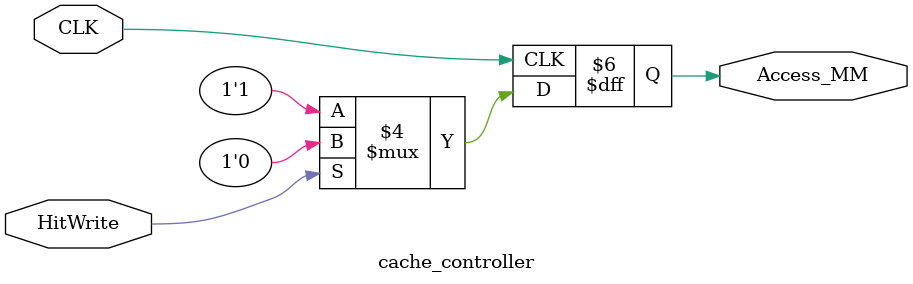
<source format=v>
module cache_controller(CLK, HitWrite, Access_MM);
    input CLK;
    input HitWrite;
    
    output reg Access_MM;

    always@(posedge CLK)
    begin
        if(HitWrite == 1) begin
            Access_MM = 0;
        end
        else begin
            Access_MM = 1;
        end
    end
endmodule

</source>
